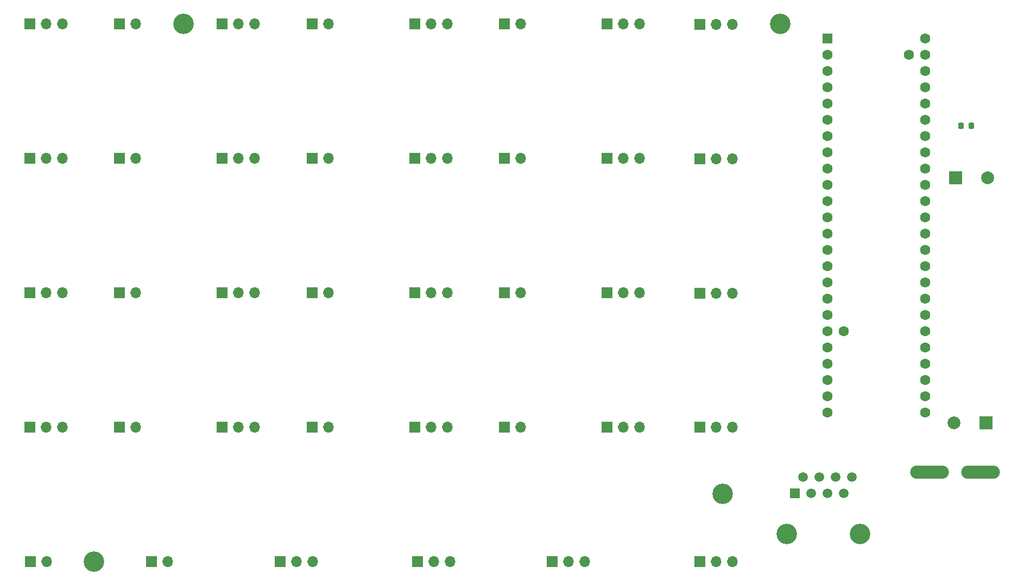
<source format=gts>
%TF.GenerationSoftware,KiCad,Pcbnew,6.0.5-a6ca702e91~116~ubuntu20.04.1*%
%TF.CreationDate,2022-06-23T19:27:38-06:00*%
%TF.ProjectId,interface-brain,696e7465-7266-4616-9365-2d627261696e,rev?*%
%TF.SameCoordinates,Original*%
%TF.FileFunction,Soldermask,Top*%
%TF.FilePolarity,Negative*%
%FSLAX46Y46*%
G04 Gerber Fmt 4.6, Leading zero omitted, Abs format (unit mm)*
G04 Created by KiCad (PCBNEW 6.0.5-a6ca702e91~116~ubuntu20.04.1) date 2022-06-23 19:27:38*
%MOMM*%
%LPD*%
G01*
G04 APERTURE LIST*
G04 Aperture macros list*
%AMRoundRect*
0 Rectangle with rounded corners*
0 $1 Rounding radius*
0 $2 $3 $4 $5 $6 $7 $8 $9 X,Y pos of 4 corners*
0 Add a 4 corners polygon primitive as box body*
4,1,4,$2,$3,$4,$5,$6,$7,$8,$9,$2,$3,0*
0 Add four circle primitives for the rounded corners*
1,1,$1+$1,$2,$3*
1,1,$1+$1,$4,$5*
1,1,$1+$1,$6,$7*
1,1,$1+$1,$8,$9*
0 Add four rect primitives between the rounded corners*
20,1,$1+$1,$2,$3,$4,$5,0*
20,1,$1+$1,$4,$5,$6,$7,0*
20,1,$1+$1,$6,$7,$8,$9,0*
20,1,$1+$1,$8,$9,$2,$3,0*%
G04 Aperture macros list end*
%ADD10R,2.000000X2.000000*%
%ADD11C,2.000000*%
%ADD12R,1.700000X1.700000*%
%ADD13O,1.700000X1.700000*%
%ADD14C,3.200000*%
%ADD15R,1.600000X1.600000*%
%ADD16C,1.600000*%
%ADD17R,1.500000X1.500000*%
%ADD18C,1.500000*%
%ADD19O,6.030000X2.070000*%
%ADD20RoundRect,0.218750X0.218750X0.256250X-0.218750X0.256250X-0.218750X-0.256250X0.218750X-0.256250X0*%
G04 APERTURE END LIST*
D10*
%TO.C,C56*%
X169332323Y-59000000D03*
D11*
X174332323Y-59000000D03*
%TD*%
D12*
%TO.C,J8*%
X55000000Y-77000000D03*
D13*
X57540000Y-77000000D03*
X60080000Y-77000000D03*
%TD*%
D12*
%TO.C,J25*%
X129475000Y-98000000D03*
D13*
X132015000Y-98000000D03*
X134555000Y-98000000D03*
%TD*%
D12*
%TO.C,J29*%
X69000000Y-98000000D03*
D13*
X71540000Y-98000000D03*
%TD*%
D12*
%TO.C,J19*%
X39000000Y-56000000D03*
D13*
X41540000Y-56000000D03*
%TD*%
D12*
%TO.C,J13*%
X85000000Y-98000000D03*
D13*
X87540000Y-98000000D03*
X90080000Y-98000000D03*
%TD*%
D12*
%TO.C,J31*%
X85475000Y-119000000D03*
D13*
X88015000Y-119000000D03*
X90555000Y-119000000D03*
%TD*%
D14*
%TO.C,H4*%
X49000000Y-35000000D03*
%TD*%
D12*
%TO.C,J11*%
X85000000Y-56000000D03*
D13*
X87540000Y-56000000D03*
X90080000Y-56000000D03*
%TD*%
D12*
%TO.C,J35*%
X99000000Y-56000000D03*
D13*
X101540000Y-56000000D03*
%TD*%
D12*
%TO.C,J10*%
X85000000Y-35000000D03*
D13*
X87540000Y-35000000D03*
X90080000Y-35000000D03*
%TD*%
D12*
%TO.C,J6*%
X55000000Y-35000000D03*
D13*
X57540000Y-35000000D03*
X60080000Y-35000000D03*
%TD*%
D12*
%TO.C,J16*%
X115000000Y-77000000D03*
D13*
X117540000Y-77000000D03*
X120080000Y-77000000D03*
%TD*%
D12*
%TO.C,J26*%
X69000000Y-35000000D03*
D13*
X71540000Y-35000000D03*
%TD*%
D12*
%TO.C,J20*%
X39000000Y-77000000D03*
D13*
X41540000Y-77000000D03*
%TD*%
D12*
%TO.C,J30*%
X64000000Y-119000000D03*
D13*
X66540000Y-119000000D03*
X69080000Y-119000000D03*
%TD*%
D12*
%TO.C,J4*%
X25000000Y-77000000D03*
D13*
X27540000Y-77000000D03*
X30080000Y-77000000D03*
%TD*%
D12*
%TO.C,J17*%
X115000000Y-98000000D03*
D13*
X117540000Y-98000000D03*
X120080000Y-98000000D03*
%TD*%
D12*
%TO.C,J7*%
X55000000Y-56000000D03*
D13*
X57540000Y-56000000D03*
X60080000Y-56000000D03*
%TD*%
D15*
%TO.C,U3*%
X149380000Y-37287969D03*
D16*
X149380000Y-39827969D03*
X149380000Y-42367969D03*
X149380000Y-44907969D03*
X149380000Y-47447969D03*
X149380000Y-49987969D03*
X149380000Y-52527969D03*
X149380000Y-55067969D03*
X149380000Y-57607969D03*
X149380000Y-60147969D03*
X149380000Y-62687969D03*
X149380000Y-65227969D03*
X149380000Y-67767969D03*
X149380000Y-70307969D03*
X149380000Y-72847969D03*
X149380000Y-75387969D03*
X149380000Y-77927969D03*
X149380000Y-80467969D03*
X149380000Y-83007969D03*
X149380000Y-85547969D03*
X149380000Y-88087969D03*
X149380000Y-90627969D03*
X149380000Y-93167969D03*
X149380000Y-95707969D03*
X164620000Y-95707969D03*
X164620000Y-93167969D03*
X164620000Y-90627969D03*
X164620000Y-88087969D03*
X164620000Y-85547969D03*
X164620000Y-83007969D03*
X164620000Y-80467969D03*
X164620000Y-77927969D03*
X164620000Y-75387969D03*
X164620000Y-72847969D03*
X164620000Y-70307969D03*
X164620000Y-67767969D03*
X164620000Y-65227969D03*
X164620000Y-62687969D03*
X164620000Y-60147969D03*
X164620000Y-57607969D03*
X164620000Y-55067969D03*
X164620000Y-52527969D03*
X164620000Y-49987969D03*
X164620000Y-47447969D03*
X164620000Y-44907969D03*
X164620000Y-42367969D03*
X164620000Y-39827969D03*
X164620000Y-37287969D03*
X162080000Y-39827969D03*
X151920000Y-83007969D03*
%TD*%
D12*
%TO.C,J27*%
X69000000Y-56000000D03*
D13*
X71540000Y-56000000D03*
%TD*%
D14*
%TO.C,H2*%
X35000000Y-119000000D03*
%TD*%
D12*
%TO.C,J24*%
X129475000Y-77100000D03*
D13*
X132015000Y-77100000D03*
X134555000Y-77100000D03*
%TD*%
D12*
%TO.C,J37*%
X99000000Y-98000000D03*
D13*
X101540000Y-98000000D03*
%TD*%
D14*
%TO.C,H1*%
X142000000Y-35000000D03*
%TD*%
D12*
%TO.C,J39*%
X43998849Y-119000000D03*
D13*
X46538849Y-119000000D03*
%TD*%
D12*
%TO.C,J2*%
X25000000Y-35000000D03*
D13*
X27540000Y-35000000D03*
X30080000Y-35000000D03*
%TD*%
D14*
%TO.C,J40*%
X143047500Y-114650000D03*
X154477500Y-114650000D03*
D17*
X144317500Y-108300000D03*
D18*
X145587500Y-105760000D03*
X146857500Y-108300000D03*
X148127500Y-105760000D03*
X149397500Y-108300000D03*
X150667500Y-105760000D03*
X151937500Y-108300000D03*
X153207500Y-105760000D03*
%TD*%
D12*
%TO.C,J38*%
X25130000Y-119000000D03*
D13*
X27670000Y-119000000D03*
%TD*%
D12*
%TO.C,J22*%
X129475000Y-35100000D03*
D13*
X132015000Y-35100000D03*
X134555000Y-35100000D03*
%TD*%
D12*
%TO.C,J5*%
X25000000Y-98000000D03*
D13*
X27540000Y-98000000D03*
X30080000Y-98000000D03*
%TD*%
D12*
%TO.C,J23*%
X129475000Y-56100000D03*
D13*
X132015000Y-56100000D03*
X134555000Y-56100000D03*
%TD*%
D12*
%TO.C,J15*%
X115000000Y-56000000D03*
D13*
X117540000Y-56000000D03*
X120080000Y-56000000D03*
%TD*%
D12*
%TO.C,J28*%
X69000000Y-77000000D03*
D13*
X71540000Y-77000000D03*
%TD*%
D19*
%TO.C,J1*%
X173226930Y-105025000D03*
X165326930Y-105025000D03*
%TD*%
D12*
%TO.C,J14*%
X115000000Y-35000000D03*
D13*
X117540000Y-35000000D03*
X120080000Y-35000000D03*
%TD*%
D12*
%TO.C,J21*%
X39000000Y-98000000D03*
D13*
X41540000Y-98000000D03*
%TD*%
D12*
%TO.C,J32*%
X106475000Y-119000000D03*
D13*
X109015000Y-119000000D03*
X111555000Y-119000000D03*
%TD*%
D12*
%TO.C,J9*%
X55000000Y-98000000D03*
D13*
X57540000Y-98000000D03*
X60080000Y-98000000D03*
%TD*%
D12*
%TO.C,J33*%
X129475000Y-119000000D03*
D13*
X132015000Y-119000000D03*
X134555000Y-119000000D03*
%TD*%
D12*
%TO.C,J36*%
X99000000Y-77000000D03*
D13*
X101540000Y-77000000D03*
%TD*%
D12*
%TO.C,J3*%
X25000000Y-56000000D03*
D13*
X27540000Y-56000000D03*
X30080000Y-56000000D03*
%TD*%
D12*
%TO.C,J18*%
X39000000Y-35000000D03*
D13*
X41540000Y-35000000D03*
%TD*%
D20*
%TO.C,D6*%
X171787500Y-50900000D03*
X170212500Y-50900000D03*
%TD*%
D10*
%TO.C,C5*%
X174100000Y-97300000D03*
D11*
X169100000Y-97300000D03*
%TD*%
D14*
%TO.C,H3*%
X133000000Y-108400000D03*
%TD*%
D12*
%TO.C,J34*%
X99000000Y-35000000D03*
D13*
X101540000Y-35000000D03*
%TD*%
D12*
%TO.C,J12*%
X85000000Y-77000000D03*
D13*
X87540000Y-77000000D03*
X90080000Y-77000000D03*
%TD*%
M02*

</source>
